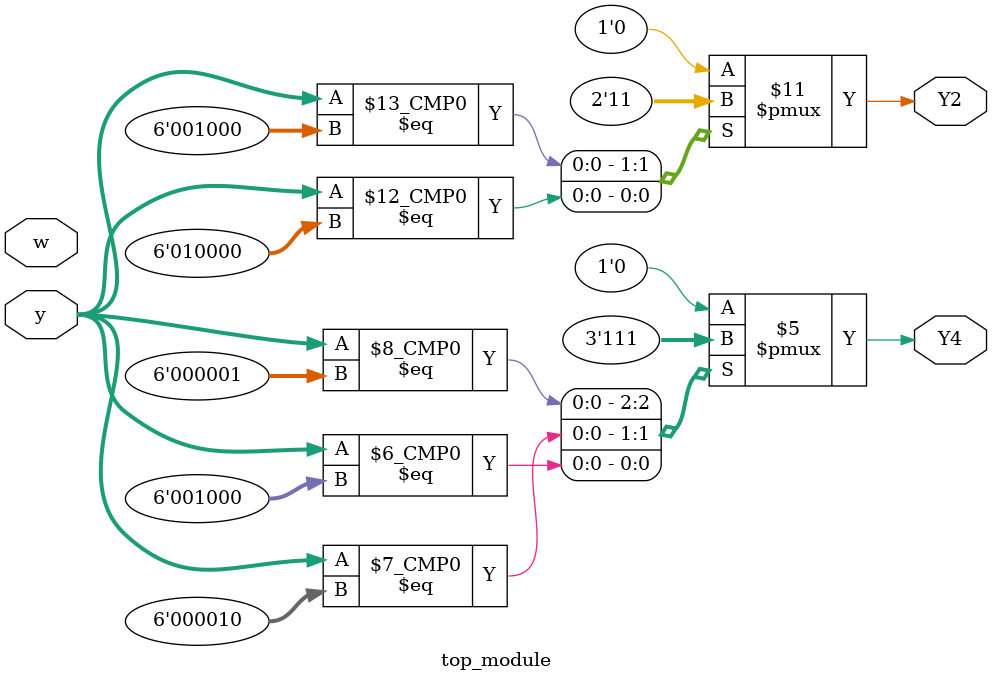
<source format=sv>
module top_module (
	input [6:1] y,
	input w,
	output Y2,
	output Y4
);
	reg Y2, Y4;
	
	always @*
		case(y)
			6'b000001: begin
				Y2 = 1'b0;
				Y4 = 1'b1;
			end
			6'b000010: begin
				Y2 = 1'b0;
				Y4 = 1'b1;
			end
			6'b000100: begin
				Y2 = 1'b0;
				Y4 = 1'b0;
			end
			6'b001000: begin
				Y2 = 1'b1;
				Y4 = 1'b1;
			end
			6'b010000: begin
				Y2 = 1'b1;
				Y4 = 1'b0;
			end
			6'b100000: begin
				Y2 = 1'b0;
				Y4 = 1'b0;
			end
			default: begin
				Y2 = 1'b0;
				Y4 = 1'b0;
			end
		endcase
endmodule

</source>
